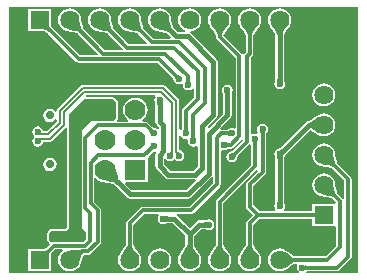
<source format=gbl>
G04*
G04 #@! TF.GenerationSoftware,Altium Limited,Altium Designer,19.1.7 (138)*
G04*
G04 Layer_Physical_Order=2*
G04 Layer_Color=16711680*
%FSLAX25Y25*%
%MOIN*%
G70*
G01*
G75*
%ADD13C,0.00787*%
%ADD43C,0.01575*%
%ADD44C,0.01181*%
%ADD45C,0.07000*%
%ADD46R,0.07000X0.07000*%
%ADD47C,0.02756*%
%ADD48R,0.06400X0.06400*%
%ADD49C,0.06400*%
%ADD50R,0.06400X0.06400*%
%ADD51C,0.02362*%
G36*
X44362Y85106D02*
X44871Y82592D01*
X44950Y82375D01*
X45027Y82214D01*
X45101Y82112D01*
X44266Y81277D01*
X44164Y81351D01*
X44003Y81428D01*
X43786Y81507D01*
X43511Y81587D01*
X42788Y81753D01*
X41272Y82016D01*
X40652Y82108D01*
X44270Y85726D01*
X44362Y85106D01*
D02*
G37*
G36*
X34362D02*
X34871Y82592D01*
X34950Y82375D01*
X35027Y82214D01*
X35101Y82112D01*
X34266Y81277D01*
X34164Y81351D01*
X34003Y81428D01*
X33786Y81507D01*
X33511Y81587D01*
X32788Y81753D01*
X31272Y82016D01*
X30652Y82108D01*
X34270Y85726D01*
X34362Y85106D01*
D02*
G37*
G36*
X24362D02*
X24871Y82592D01*
X24950Y82375D01*
X25027Y82214D01*
X25101Y82112D01*
X24266Y81277D01*
X24164Y81351D01*
X24003Y81428D01*
X23786Y81507D01*
X23511Y81587D01*
X22788Y81753D01*
X21272Y82016D01*
X20652Y82108D01*
X24270Y85726D01*
X24362Y85106D01*
D02*
G37*
G36*
X14223Y83666D02*
X14190Y83558D01*
Y83432D01*
X14223Y83290D01*
X14290Y83132D01*
X14390Y82956D01*
X14524Y82764D01*
X14691Y82555D01*
X15125Y82088D01*
X14290Y81252D01*
X14048Y81486D01*
X13614Y81854D01*
X13422Y81988D01*
X13246Y82088D01*
X13088Y82155D01*
X12946Y82188D01*
X12820D01*
X12712Y82155D01*
X12620Y82088D01*
X14290Y83758D01*
X14223Y83666D01*
D02*
G37*
G36*
X54355Y85166D02*
X54808Y83084D01*
X54905Y82812D01*
X55005Y82587D01*
X55106Y82410D01*
X55210Y82282D01*
X54096Y81168D01*
X53967Y81272D01*
X53791Y81373D01*
X53566Y81473D01*
X53294Y81570D01*
X52973Y81665D01*
X52188Y81849D01*
X51212Y82023D01*
X50652Y82108D01*
X54270Y85726D01*
X54355Y85166D01*
D02*
G37*
G36*
X83287Y82851D02*
X81870Y80713D01*
X81772Y80504D01*
X81713Y80336D01*
X81693Y80211D01*
X80512D01*
X80492Y80336D01*
X80433Y80504D01*
X80335Y80713D01*
X80197Y80964D01*
X79803Y81593D01*
X78917Y82851D01*
X78544Y83354D01*
X83661D01*
X83287Y82851D01*
D02*
G37*
G36*
X73287D02*
X71870Y80713D01*
X71772Y80504D01*
X71712Y80336D01*
X71693Y80211D01*
X70512D01*
X70492Y80336D01*
X70433Y80504D01*
X70335Y80713D01*
X70197Y80964D01*
X69803Y81593D01*
X68918Y82851D01*
X68543Y83354D01*
X73661D01*
X73287Y82851D01*
D02*
G37*
G36*
X56769Y67276D02*
X56853Y67207D01*
X56941Y67144D01*
X57032Y67088D01*
X57127Y67038D01*
X57227Y66993D01*
X57330Y66955D01*
X57437Y66923D01*
X57548Y66898D01*
X57662Y66878D01*
X56327Y65542D01*
X56307Y65657D01*
X56281Y65768D01*
X56249Y65875D01*
X56211Y65978D01*
X56167Y66077D01*
X56117Y66173D01*
X56060Y66264D01*
X55998Y66352D01*
X55929Y66436D01*
X55854Y66515D01*
X56689Y67351D01*
X56769Y67276D01*
D02*
G37*
G36*
X61153Y65323D02*
X61166Y65220D01*
X61189Y65117D01*
X61220Y65014D01*
X61260Y64912D01*
X61309Y64810D01*
X61366Y64708D01*
X61433Y64606D01*
X61509Y64505D01*
X61593Y64404D01*
X59711Y64254D01*
X59759Y64337D01*
X59803Y64423D01*
X59842Y64514D01*
X59875Y64608D01*
X59903Y64706D01*
X59926Y64807D01*
X59944Y64912D01*
X59965Y65134D01*
X59967Y65250D01*
X61149Y65427D01*
X61153Y65323D01*
D02*
G37*
G36*
X74615Y61114D02*
X74589Y61059D01*
X74565Y60994D01*
X74545Y60920D01*
X74528Y60836D01*
X74513Y60744D01*
X74494Y60531D01*
X74488Y60281D01*
X72913D01*
X72912Y60411D01*
X72888Y60744D01*
X72874Y60836D01*
X72857Y60920D01*
X72837Y60994D01*
X72813Y61059D01*
X72786Y61114D01*
X72756Y61161D01*
X74645D01*
X74615Y61114D01*
D02*
G37*
G36*
X52017Y57788D02*
X51990Y57732D01*
X51967Y57667D01*
X51946Y57593D01*
X51929Y57510D01*
X51915Y57417D01*
X51896Y57204D01*
X51890Y56954D01*
X50315D01*
X50313Y57084D01*
X50290Y57417D01*
X50276Y57510D01*
X50258Y57593D01*
X50238Y57667D01*
X50214Y57732D01*
X50188Y57788D01*
X50158Y57834D01*
X52047D01*
X52017Y57788D01*
D02*
G37*
G36*
X49666Y60057D02*
X49759Y59750D01*
X49419Y59241D01*
X49280Y58543D01*
X49419Y57846D01*
X49584Y57598D01*
X49594Y57546D01*
X49596Y57504D01*
X49605Y57486D01*
X49606Y57479D01*
X49611Y57472D01*
X49612Y57468D01*
X49620Y57439D01*
X49630Y57393D01*
X49637Y57344D01*
X49657Y57057D01*
X49659Y56946D01*
X49681Y56894D01*
Y51330D01*
X49790Y50787D01*
X50098Y50326D01*
X50823Y49600D01*
Y49018D01*
X50679Y48914D01*
X50323Y48796D01*
X49831Y49125D01*
X49524Y49186D01*
X49411Y49257D01*
X49315Y49273D01*
X49243Y49290D01*
X49175Y49311D01*
X49112Y49334D01*
X49052Y49360D01*
X48996Y49390D01*
X48942Y49424D01*
X48890Y49461D01*
X48840Y49502D01*
X48776Y49562D01*
X48717Y49584D01*
X47268Y51032D01*
X46872Y51297D01*
X46406Y51390D01*
X45534D01*
X45364Y51890D01*
X45960Y52347D01*
X46618Y53205D01*
X47032Y54204D01*
X47173Y55276D01*
X47032Y56348D01*
X46618Y57346D01*
X45960Y58204D01*
X45102Y58862D01*
X44103Y59276D01*
X43031Y59417D01*
X41960Y59276D01*
X40961Y58862D01*
X40103Y58204D01*
X39445Y57346D01*
X39031Y56348D01*
X38890Y55276D01*
X39031Y54204D01*
X39445Y53205D01*
X40103Y52347D01*
X40699Y51890D01*
X40529Y51390D01*
X36947D01*
X36756Y51851D01*
X37157Y52253D01*
X37349Y52716D01*
Y57717D01*
X37157Y58181D01*
X35976Y59362D01*
X35512Y59554D01*
X26823Y59554D01*
X26571Y60054D01*
X26717Y60250D01*
X49539D01*
X49666Y60057D01*
D02*
G37*
G36*
X60417Y49063D02*
X60428Y48955D01*
X60445Y48849D01*
X60470Y48744D01*
X60502Y48641D01*
X60541Y48540D01*
X60587Y48440D01*
X60640Y48342D01*
X60700Y48245D01*
X60767Y48150D01*
X58878D01*
X58946Y48245D01*
X59006Y48342D01*
X59059Y48440D01*
X59105Y48540D01*
X59144Y48641D01*
X59176Y48744D01*
X59201Y48849D01*
X59218Y48955D01*
X59229Y49063D01*
X59232Y49172D01*
X60413D01*
X60417Y49063D01*
D02*
G37*
G36*
X103862Y47719D02*
X103409Y48055D01*
X101642Y49205D01*
X101388Y49329D01*
X101168Y49417D01*
X100981Y49470D01*
X100827Y49488D01*
Y51063D01*
X100981Y51081D01*
X101168Y51134D01*
X101388Y51222D01*
X101642Y51346D01*
X101929Y51505D01*
X102603Y51930D01*
X103862Y52832D01*
Y47719D01*
D02*
G37*
G36*
X48407Y49008D02*
X48491Y48939D01*
X48578Y48877D01*
X48670Y48820D01*
X48765Y48770D01*
X48864Y48726D01*
X48967Y48688D01*
X49075Y48656D01*
X49185Y48630D01*
X49300Y48610D01*
X47964Y47275D01*
X47945Y47389D01*
X47919Y47500D01*
X47887Y47607D01*
X47849Y47710D01*
X47805Y47810D01*
X47754Y47905D01*
X47698Y47997D01*
X47635Y48084D01*
X47567Y48168D01*
X47492Y48248D01*
X48327Y49083D01*
X48407Y49008D01*
D02*
G37*
G36*
X86291Y48015D02*
X86230Y47918D01*
X86177Y47820D01*
X86131Y47720D01*
X86092Y47618D01*
X86061Y47515D01*
X86036Y47411D01*
X86018Y47305D01*
X86007Y47197D01*
X86004Y47087D01*
X84823D01*
X84819Y47197D01*
X84809Y47305D01*
X84791Y47411D01*
X84766Y47515D01*
X84734Y47618D01*
X84695Y47720D01*
X84649Y47820D01*
X84596Y47918D01*
X84536Y48015D01*
X84469Y48110D01*
X86358D01*
X86291Y48015D01*
D02*
G37*
G36*
X11615Y48011D02*
X11627Y47942D01*
X11646Y47872D01*
X11671Y47803D01*
X11702Y47735D01*
X11740Y47666D01*
X11785Y47598D01*
X11835Y47531D01*
X11892Y47464D01*
X11956Y47396D01*
X11399Y46840D01*
X11354Y46880D01*
X11307Y46914D01*
X11257Y46940D01*
X11205Y46960D01*
X11151Y46973D01*
X11094Y46979D01*
X11035Y46978D01*
X10974Y46970D01*
X10910Y46955D01*
X10844Y46934D01*
X11609Y48081D01*
X11615Y48011D01*
D02*
G37*
G36*
X74468Y46496D02*
X74373Y46564D01*
X74276Y46624D01*
X74178Y46677D01*
X74078Y46723D01*
X73977Y46762D01*
X73874Y46794D01*
X73769Y46819D01*
X73663Y46836D01*
X73555Y46847D01*
X73446Y46850D01*
Y48031D01*
X73555Y48035D01*
X73663Y48046D01*
X73769Y48063D01*
X73874Y48088D01*
X73977Y48120D01*
X74078Y48159D01*
X74178Y48205D01*
X74276Y48258D01*
X74373Y48318D01*
X74468Y48385D01*
Y46496D01*
D02*
G37*
G36*
X117291Y819D02*
X100333D01*
X100048Y1319D01*
X100133Y1462D01*
X100177Y1475D01*
X100239Y1490D01*
X100301Y1500D01*
X100366Y1507D01*
X100453Y1510D01*
X100511Y1536D01*
X110197D01*
X110664Y1629D01*
X111060Y1893D01*
X114721Y5554D01*
X114986Y5950D01*
X115079Y6417D01*
Y32283D01*
X114986Y32750D01*
X114721Y33146D01*
X110356Y37512D01*
X110347Y37547D01*
X110306Y37603D01*
X110268Y37681D01*
X110215Y37823D01*
X109694Y40263D01*
X109599Y40863D01*
X109536Y40966D01*
X109496Y41269D01*
X109112Y42195D01*
X108502Y42990D01*
X107707Y43600D01*
X106781Y43984D01*
X105787Y44115D01*
X104794Y43984D01*
X103868Y43600D01*
X103073Y42990D01*
X102463Y42195D01*
X102079Y41269D01*
X101948Y40276D01*
X102079Y39282D01*
X102463Y38356D01*
X103073Y37561D01*
X103868Y36951D01*
X104794Y36567D01*
X105171Y36518D01*
X105283Y36452D01*
X105897Y36369D01*
X107393Y36126D01*
X108082Y35975D01*
X108320Y35908D01*
X108487Y35849D01*
X108561Y35815D01*
X108613Y35777D01*
X108647Y35769D01*
X112638Y31778D01*
Y25775D01*
X112138Y25624D01*
X112083Y25705D01*
X110325Y27463D01*
X110317Y27498D01*
X110278Y27552D01*
X110241Y27628D01*
X110190Y27770D01*
X109694Y30219D01*
X109605Y30822D01*
X109540Y30929D01*
X109496Y31269D01*
X109112Y32195D01*
X108502Y32990D01*
X107707Y33600D01*
X106781Y33984D01*
X105787Y34115D01*
X104794Y33984D01*
X103868Y33600D01*
X103073Y32990D01*
X102463Y32195D01*
X102079Y31269D01*
X101948Y30276D01*
X102079Y29282D01*
X102463Y28356D01*
X103073Y27561D01*
X103868Y26951D01*
X104794Y26567D01*
X105134Y26522D01*
X105241Y26458D01*
X105853Y26368D01*
X107343Y26109D01*
X108030Y25951D01*
X108267Y25882D01*
X108435Y25822D01*
X108511Y25785D01*
X108565Y25746D01*
X108599Y25738D01*
X109870Y24468D01*
X109548Y24082D01*
X109500Y24082D01*
X101981D01*
Y21587D01*
X101973Y21584D01*
X101889Y21562D01*
X101766Y21541D01*
X101608Y21528D01*
X101401Y21522D01*
X101342Y21496D01*
X92676D01*
X92481Y21996D01*
X92786Y22452D01*
X92925Y23150D01*
X92786Y23847D01*
X92620Y24095D01*
X92611Y24147D01*
X92609Y24189D01*
X92600Y24207D01*
X92599Y24214D01*
X92594Y24221D01*
X92592Y24225D01*
X92585Y24254D01*
X92575Y24299D01*
X92568Y24349D01*
X92547Y24636D01*
X92546Y24747D01*
X92523Y24799D01*
Y38895D01*
X92546Y38946D01*
X92551Y39175D01*
X92567Y39346D01*
X92575Y39401D01*
X92585Y39447D01*
X92592Y39476D01*
X92594Y39479D01*
X92599Y39487D01*
X92600Y39494D01*
X92609Y39512D01*
X92611Y39554D01*
X92620Y39606D01*
X92786Y39854D01*
X92844Y40146D01*
X92874Y40189D01*
X92902Y40221D01*
X92909Y40240D01*
X92913Y40245D01*
X92915Y40255D01*
X92917Y40258D01*
X92931Y40284D01*
X92957Y40323D01*
X92986Y40363D01*
X93175Y40581D01*
X93252Y40660D01*
X93274Y40713D01*
X101235Y48674D01*
X101318Y48633D01*
X103034Y47516D01*
X103471Y47192D01*
X103593Y47162D01*
X103868Y46951D01*
X104794Y46567D01*
X105787Y46437D01*
X106781Y46567D01*
X107707Y46951D01*
X108502Y47561D01*
X109112Y48356D01*
X109496Y49282D01*
X109626Y50276D01*
X109496Y51269D01*
X109112Y52195D01*
X108502Y52990D01*
X107707Y53600D01*
X106781Y53984D01*
X105787Y54115D01*
X104794Y53984D01*
X103868Y53600D01*
X103597Y53392D01*
X103480Y53365D01*
X102236Y52474D01*
X101595Y52070D01*
X101339Y51928D01*
X101122Y51822D01*
X100956Y51756D01*
X100853Y51727D01*
X100752Y51715D01*
X100659Y51663D01*
X100283Y51588D01*
X99822Y51280D01*
X91268Y42727D01*
X91217Y42707D01*
X91051Y42549D01*
X90919Y42439D01*
X90874Y42406D01*
X90835Y42380D01*
X90809Y42366D01*
X90806Y42364D01*
X90796Y42362D01*
X90791Y42358D01*
X90772Y42351D01*
X90741Y42323D01*
X90697Y42293D01*
X90405Y42235D01*
X89814Y41840D01*
X89419Y41249D01*
X89280Y40551D01*
X89419Y39854D01*
X89584Y39606D01*
X89594Y39554D01*
X89596Y39512D01*
X89605Y39494D01*
X89606Y39487D01*
X89611Y39479D01*
X89612Y39476D01*
X89620Y39447D01*
X89630Y39401D01*
X89637Y39352D01*
X89657Y39064D01*
X89659Y38954D01*
X89681Y38901D01*
Y24806D01*
X89659Y24755D01*
X89653Y24526D01*
X89638Y24354D01*
X89630Y24299D01*
X89620Y24254D01*
X89612Y24225D01*
X89611Y24221D01*
X89606Y24214D01*
X89605Y24207D01*
X89596Y24189D01*
X89594Y24147D01*
X89584Y24095D01*
X89419Y23847D01*
X89280Y23150D01*
X89419Y22452D01*
X89723Y21996D01*
X89529Y21496D01*
X84443D01*
X82362Y23576D01*
Y29967D01*
X86276Y33881D01*
X86541Y34277D01*
X86634Y34744D01*
Y47008D01*
X86660Y47066D01*
X86663Y47154D01*
X86669Y47218D01*
X86679Y47281D01*
X86694Y47343D01*
X86713Y47404D01*
X86736Y47465D01*
X86765Y47526D01*
X86798Y47588D01*
X86837Y47651D01*
X86893Y47731D01*
X86923Y47861D01*
X87097Y48122D01*
X87236Y48819D01*
X87097Y49516D01*
X86702Y50108D01*
X86111Y50503D01*
X85413Y50641D01*
X84716Y50503D01*
X84125Y50108D01*
X83730Y49516D01*
X83591Y48819D01*
X83730Y48122D01*
X83837Y47961D01*
X83802Y47741D01*
X83317Y47400D01*
X82854Y47492D01*
X82157Y47353D01*
X81917Y47193D01*
X81417Y47460D01*
Y72644D01*
X81965Y73192D01*
X82230Y73588D01*
X82323Y74055D01*
Y80079D01*
X82341Y80109D01*
X82351Y80175D01*
X82380Y80254D01*
X82443Y80391D01*
X83824Y82474D01*
X84188Y82963D01*
X84218Y83084D01*
X84427Y83356D01*
X84811Y84282D01*
X84941Y85276D01*
X84811Y86269D01*
X84427Y87195D01*
X83817Y87990D01*
X83022Y88600D01*
X82096Y88984D01*
X81102Y89115D01*
X80109Y88984D01*
X79183Y88600D01*
X78388Y87990D01*
X77777Y87195D01*
X77394Y86269D01*
X77263Y85276D01*
X77394Y84282D01*
X77777Y83356D01*
X77986Y83084D01*
X78017Y82963D01*
X78386Y82466D01*
X79256Y81230D01*
X79631Y80632D01*
X79749Y80415D01*
X79825Y80254D01*
X79853Y80175D01*
X79863Y80109D01*
X79882Y80079D01*
Y74560D01*
X79334Y74013D01*
X79198Y73809D01*
X78637D01*
X78501Y74013D01*
X72350Y80164D01*
X72351Y80175D01*
X72379Y80254D01*
X72443Y80391D01*
X73824Y82474D01*
X74188Y82963D01*
X74218Y83084D01*
X74427Y83356D01*
X74811Y84282D01*
X74941Y85276D01*
X74811Y86269D01*
X74427Y87195D01*
X73817Y87990D01*
X73022Y88600D01*
X72096Y88984D01*
X71102Y89115D01*
X70109Y88984D01*
X69183Y88600D01*
X68388Y87990D01*
X67778Y87195D01*
X67394Y86269D01*
X67263Y85276D01*
X67394Y84282D01*
X67778Y83356D01*
X67986Y83084D01*
X68017Y82963D01*
X68386Y82466D01*
X69256Y81230D01*
X69630Y80632D01*
X69749Y80415D01*
X69825Y80254D01*
X69853Y80175D01*
X69863Y80109D01*
X69882Y80079D01*
Y79685D01*
X69975Y79218D01*
X70239Y78822D01*
X76417Y72644D01*
Y49292D01*
X75977Y49057D01*
X75875Y49125D01*
X75177Y49263D01*
X74480Y49125D01*
X74219Y48951D01*
X74089Y48921D01*
X74010Y48865D01*
X73946Y48826D01*
X73884Y48792D01*
X73823Y48764D01*
X73762Y48741D01*
X73701Y48722D01*
X73639Y48707D01*
X73577Y48697D01*
X73512Y48690D01*
X73424Y48687D01*
X73367Y48661D01*
X71614D01*
X71368Y49122D01*
X74706Y52460D01*
X75014Y52921D01*
X75122Y53465D01*
Y60214D01*
X75144Y60265D01*
X75150Y60494D01*
X75165Y60665D01*
X75174Y60720D01*
X75183Y60766D01*
X75191Y60794D01*
X75192Y60798D01*
X75197Y60806D01*
X75199Y60813D01*
X75207Y60831D01*
X75209Y60873D01*
X75219Y60925D01*
X75384Y61173D01*
X75523Y61870D01*
X75384Y62568D01*
X74989Y63159D01*
X74398Y63554D01*
X73701Y63692D01*
X73003Y63554D01*
X72412Y63159D01*
X72017Y62568D01*
X71878Y61870D01*
X72017Y61173D01*
X72183Y60925D01*
X72192Y60873D01*
X72194Y60831D01*
X72203Y60813D01*
X72204Y60806D01*
X72209Y60798D01*
X72211Y60794D01*
X72219Y60766D01*
X72228Y60720D01*
X72236Y60671D01*
X72256Y60383D01*
X72257Y60273D01*
X72280Y60220D01*
Y54053D01*
X67514Y49287D01*
X66971Y49451D01*
X66961Y49499D01*
X70060Y52598D01*
X70368Y53059D01*
X70476Y53602D01*
Y71339D01*
X70368Y71882D01*
X70060Y72343D01*
X61558Y80845D01*
X61374Y80968D01*
X61496Y81488D01*
X62096Y81567D01*
X63022Y81951D01*
X63817Y82561D01*
X64427Y83356D01*
X64811Y84282D01*
X64941Y85276D01*
X64811Y86269D01*
X64427Y87195D01*
X63817Y87990D01*
X63022Y88600D01*
X62096Y88984D01*
X61102Y89115D01*
X60109Y88984D01*
X59183Y88600D01*
X58388Y87990D01*
X57778Y87195D01*
X57394Y86269D01*
X57263Y85276D01*
X57394Y84282D01*
X57778Y83356D01*
X58388Y82561D01*
X59183Y81951D01*
X59640Y81762D01*
X59540Y81262D01*
X57126D01*
X55732Y82656D01*
X55721Y82693D01*
X55650Y82782D01*
X55591Y82884D01*
X55515Y83055D01*
X55440Y83265D01*
X55000Y85285D01*
X54919Y85824D01*
X54855Y85930D01*
X54811Y86269D01*
X54427Y87195D01*
X53817Y87990D01*
X53022Y88600D01*
X52096Y88984D01*
X51102Y89115D01*
X50109Y88984D01*
X49183Y88600D01*
X48388Y87990D01*
X47778Y87195D01*
X47394Y86269D01*
X47263Y85276D01*
X47394Y84282D01*
X47778Y83356D01*
X48388Y82561D01*
X49183Y81951D01*
X50109Y81567D01*
X50448Y81523D01*
X50554Y81459D01*
X51105Y81376D01*
X52056Y81206D01*
X52805Y81030D01*
X53090Y80946D01*
X53323Y80863D01*
X53494Y80787D01*
X53596Y80729D01*
X53685Y80657D01*
X53723Y80646D01*
X54830Y79539D01*
X54638Y79077D01*
X49027D01*
X45640Y82464D01*
X45632Y82498D01*
X45592Y82552D01*
X45556Y82628D01*
X45505Y82770D01*
X45008Y85219D01*
X44920Y85822D01*
X44855Y85929D01*
X44811Y86269D01*
X44427Y87195D01*
X43817Y87990D01*
X43022Y88600D01*
X42096Y88984D01*
X41102Y89115D01*
X40109Y88984D01*
X39183Y88600D01*
X38388Y87990D01*
X37778Y87195D01*
X37394Y86269D01*
X37263Y85276D01*
X37394Y84282D01*
X37778Y83356D01*
X38388Y82561D01*
X39183Y81951D01*
X40109Y81567D01*
X40449Y81523D01*
X40556Y81458D01*
X41168Y81368D01*
X42658Y81109D01*
X43345Y80952D01*
X43582Y80882D01*
X43750Y80822D01*
X43826Y80786D01*
X43880Y80746D01*
X43914Y80738D01*
X46982Y77670D01*
X46791Y77208D01*
X40896D01*
X35640Y82464D01*
X35632Y82498D01*
X35592Y82552D01*
X35556Y82628D01*
X35505Y82770D01*
X35008Y85219D01*
X34920Y85822D01*
X34855Y85929D01*
X34811Y86269D01*
X34427Y87195D01*
X33817Y87990D01*
X33022Y88600D01*
X32096Y88984D01*
X31102Y89115D01*
X30109Y88984D01*
X29183Y88600D01*
X28388Y87990D01*
X27777Y87195D01*
X27394Y86269D01*
X27263Y85276D01*
X27394Y84282D01*
X27777Y83356D01*
X28388Y82561D01*
X29183Y81951D01*
X30109Y81567D01*
X30449Y81523D01*
X30556Y81458D01*
X31168Y81368D01*
X32658Y81109D01*
X33345Y80952D01*
X33582Y80882D01*
X33750Y80822D01*
X33826Y80786D01*
X33880Y80746D01*
X33914Y80738D01*
X38915Y75737D01*
X38724Y75275D01*
X32828D01*
X25640Y82464D01*
X25632Y82498D01*
X25592Y82552D01*
X25556Y82628D01*
X25505Y82770D01*
X25008Y85219D01*
X24920Y85822D01*
X24855Y85929D01*
X24811Y86269D01*
X24427Y87195D01*
X23817Y87990D01*
X23022Y88600D01*
X22096Y88984D01*
X21102Y89115D01*
X20109Y88984D01*
X19183Y88600D01*
X18388Y87990D01*
X17777Y87195D01*
X17394Y86269D01*
X17263Y85276D01*
X17394Y84282D01*
X17777Y83356D01*
X18388Y82561D01*
X19183Y81951D01*
X20109Y81567D01*
X20449Y81523D01*
X20556Y81458D01*
X21168Y81368D01*
X22658Y81109D01*
X23345Y80952D01*
X23582Y80882D01*
X23750Y80822D01*
X23826Y80786D01*
X23880Y80746D01*
X23914Y80738D01*
X30702Y73950D01*
X30511Y73488D01*
X24616D01*
X15628Y82476D01*
X15606Y82534D01*
X15189Y82984D01*
X15050Y83157D01*
X14946Y83307D01*
X14909Y83372D01*
Y83666D01*
X14946Y83758D01*
X14926Y83808D01*
X14939Y83860D01*
X14909Y83909D01*
Y89082D01*
X7296D01*
Y81469D01*
X12469D01*
X12518Y81440D01*
X12570Y81452D01*
X12620Y81431D01*
X12712Y81469D01*
X13006D01*
X13071Y81432D01*
X13214Y81333D01*
X13608Y80999D01*
X13835Y80780D01*
X13896Y80756D01*
X23247Y71405D01*
X23643Y71140D01*
X24110Y71047D01*
X50432D01*
X55353Y66126D01*
X55375Y66067D01*
X55435Y66003D01*
X55476Y65952D01*
X55513Y65901D01*
X55547Y65847D01*
X55576Y65790D01*
X55603Y65731D01*
X55626Y65667D01*
X55647Y65600D01*
X55664Y65527D01*
X55680Y65431D01*
X55751Y65318D01*
X55812Y65011D01*
X56207Y64420D01*
X56799Y64025D01*
X57496Y63886D01*
X58193Y64025D01*
X58497Y64228D01*
X58947Y63927D01*
X58886Y63622D01*
X59025Y62925D01*
X59420Y62333D01*
X60011Y61938D01*
X60709Y61800D01*
X61406Y61938D01*
X61997Y62333D01*
X62020Y62367D01*
X62520Y62216D01*
Y59443D01*
X58960Y55883D01*
X58696Y55487D01*
X58603Y55020D01*
Y49251D01*
X58577Y49194D01*
X58574Y49106D01*
X58567Y49041D01*
X58557Y48979D01*
X58542Y48917D01*
X58523Y48856D01*
X58500Y48795D01*
X58472Y48734D01*
X58438Y48672D01*
X58399Y48608D01*
X58343Y48529D01*
X58228Y48496D01*
X57728Y48874D01*
Y58215D01*
X57651Y58605D01*
X57430Y58936D01*
X52982Y63384D01*
X52651Y63605D01*
X52261Y63683D01*
X25455D01*
X25065Y63605D01*
X24735Y63384D01*
X17114Y55763D01*
X16893Y55432D01*
X16815Y55042D01*
Y54877D01*
X16315Y54725D01*
X16120Y55017D01*
X15398Y55499D01*
X14547Y55669D01*
X13696Y55499D01*
X12975Y55017D01*
X12493Y54296D01*
X12323Y53445D01*
X12493Y52594D01*
X12975Y51872D01*
X13696Y51390D01*
X14547Y51221D01*
X15398Y51390D01*
X16120Y51872D01*
X16315Y52165D01*
X16815Y52013D01*
Y51355D01*
X13598Y48138D01*
X12739D01*
X12253Y48210D01*
X12203Y48285D01*
X12113Y48737D01*
X11718Y49328D01*
X11127Y49723D01*
X10429Y49862D01*
X9732Y49723D01*
X9140Y49328D01*
X8745Y48737D01*
X8607Y48039D01*
X8745Y47342D01*
X9140Y46751D01*
X9261Y46670D01*
Y46170D01*
X9144Y46092D01*
X8749Y45500D01*
X8611Y44803D01*
X8749Y44106D01*
X9144Y43514D01*
X9736Y43119D01*
X10433Y42981D01*
X11130Y43119D01*
X11722Y43514D01*
X12117Y44106D01*
X12207Y44557D01*
X12257Y44633D01*
X12742Y44705D01*
X14597D01*
X14987Y44782D01*
X15318Y45003D01*
X19670Y49356D01*
X20170Y49149D01*
X20170Y16217D01*
X19689Y15735D01*
X15079Y15735D01*
X14615Y15543D01*
X13809Y14737D01*
X13617Y14273D01*
X13617Y11921D01*
X13809Y11457D01*
X13809Y11457D01*
X14352Y10914D01*
X14440Y10342D01*
X14438Y10337D01*
X13902Y9801D01*
X13843Y9779D01*
X13391Y9359D01*
X13217Y9219D01*
X13066Y9113D01*
X13012Y9082D01*
X12683D01*
X12620Y9108D01*
X12569Y9087D01*
X12516Y9100D01*
X12487Y9082D01*
X7296D01*
Y1469D01*
X14909D01*
Y6661D01*
X14926Y6689D01*
X14913Y6743D01*
X14934Y6793D01*
X14909Y6856D01*
Y7186D01*
X14940Y7239D01*
X15041Y7383D01*
X15377Y7780D01*
X15597Y8008D01*
X15622Y8069D01*
X16316Y8764D01*
X18574D01*
X18744Y8264D01*
X18388Y7990D01*
X17777Y7195D01*
X17394Y6269D01*
X17263Y5276D01*
X17394Y4282D01*
X17777Y3356D01*
X18388Y2561D01*
X19183Y1951D01*
X20109Y1567D01*
X21102Y1437D01*
X22096Y1567D01*
X23022Y1951D01*
X23817Y2561D01*
X24427Y3356D01*
X24698Y4011D01*
X24775Y4100D01*
X25124Y5160D01*
X25563Y6360D01*
X25794Y6888D01*
X25840Y6977D01*
X27264D01*
X27731Y7069D01*
X28127Y7334D01*
X31308Y10515D01*
X31572Y10911D01*
X31665Y11378D01*
Y21838D01*
X31572Y22305D01*
X31308Y22701D01*
X29330Y24679D01*
Y32533D01*
X29830Y32702D01*
X30103Y32347D01*
X30961Y31689D01*
X31960Y31275D01*
X32333Y31226D01*
X32437Y31162D01*
X33639Y30974D01*
X34598Y30786D01*
X35324Y30599D01*
X35579Y30513D01*
X35769Y30434D01*
X35878Y30375D01*
X35966Y30306D01*
X36001Y30296D01*
X40137Y26161D01*
X40598Y25853D01*
X41142Y25744D01*
X60630D01*
X61174Y25853D01*
X61635Y26161D01*
X68520Y33046D01*
X68540Y33045D01*
X69020Y32892D01*
Y30982D01*
X61097Y23059D01*
X45500D01*
X45033Y22966D01*
X44637Y22701D01*
X40239Y18304D01*
X39975Y17908D01*
X39882Y17441D01*
Y10473D01*
X39863Y10442D01*
X39853Y10377D01*
X39825Y10297D01*
X39761Y10161D01*
X38380Y8078D01*
X38017Y7589D01*
X37986Y7467D01*
X37778Y7195D01*
X37394Y6269D01*
X37263Y5276D01*
X37394Y4282D01*
X37778Y3356D01*
X38388Y2561D01*
X39183Y1951D01*
X40109Y1567D01*
X41102Y1437D01*
X42096Y1567D01*
X43022Y1951D01*
X43817Y2561D01*
X44427Y3356D01*
X44811Y4282D01*
X44941Y5276D01*
X44811Y6269D01*
X44427Y7195D01*
X44218Y7467D01*
X44188Y7589D01*
X43819Y8085D01*
X42948Y9322D01*
X42574Y9919D01*
X42455Y10136D01*
X42380Y10297D01*
X42351Y10377D01*
X42341Y10442D01*
X42323Y10473D01*
Y16935D01*
X46005Y20618D01*
X50643D01*
X50853Y20118D01*
X50560Y19680D01*
X50422Y18982D01*
X50560Y18285D01*
X50955Y17694D01*
X51547Y17299D01*
X52244Y17160D01*
X52941Y17299D01*
X53190Y17464D01*
X53241Y17474D01*
X53284Y17476D01*
X53301Y17484D01*
X53308Y17486D01*
X53316Y17491D01*
X53320Y17492D01*
X53348Y17500D01*
X53394Y17510D01*
X53443Y17517D01*
X53731Y17537D01*
X53841Y17539D01*
X53894Y17561D01*
X55411D01*
X59681Y13291D01*
Y10402D01*
X59662Y10368D01*
X59650Y10254D01*
X59619Y10141D01*
X59552Y9966D01*
X59457Y9765D01*
X58340Y8026D01*
X58016Y7587D01*
X57986Y7467D01*
X57778Y7195D01*
X57394Y6269D01*
X57263Y5276D01*
X57394Y4282D01*
X57778Y3356D01*
X58388Y2561D01*
X59183Y1951D01*
X60109Y1567D01*
X61102Y1437D01*
X62096Y1567D01*
X63022Y1951D01*
X63817Y2561D01*
X64427Y3356D01*
X64811Y4282D01*
X64941Y5276D01*
X64811Y6269D01*
X64427Y7195D01*
X64219Y7467D01*
X64189Y7587D01*
X63858Y8036D01*
X63306Y8828D01*
X62900Y9482D01*
X62758Y9743D01*
X62652Y9966D01*
X62585Y10141D01*
X62554Y10254D01*
X62542Y10368D01*
X62523Y10402D01*
Y13291D01*
X64825Y15593D01*
X65864D01*
X65914Y15570D01*
X66143Y15565D01*
X66315Y15549D01*
X66370Y15541D01*
X66415Y15532D01*
X66444Y15524D01*
X66448Y15522D01*
X66456Y15517D01*
X66462Y15516D01*
X66480Y15507D01*
X66523Y15505D01*
X66574Y15496D01*
X66822Y15330D01*
X67520Y15191D01*
X68217Y15330D01*
X68808Y15725D01*
X69203Y16316D01*
X69342Y17014D01*
X69203Y17711D01*
X68808Y18302D01*
X68217Y18698D01*
X67520Y18836D01*
X66822Y18698D01*
X66574Y18532D01*
X66523Y18522D01*
X66480Y18520D01*
X66462Y18511D01*
X66456Y18510D01*
X66448Y18505D01*
X66444Y18504D01*
X66416Y18496D01*
X66370Y18487D01*
X66321Y18479D01*
X66033Y18459D01*
X65923Y18457D01*
X65870Y18435D01*
X64237D01*
X63693Y18327D01*
X63232Y18019D01*
X61102Y15889D01*
X57004Y19987D01*
X56808Y20118D01*
X56960Y20618D01*
X61602D01*
X62069Y20711D01*
X62465Y20975D01*
X71103Y29614D01*
X71368Y30009D01*
X71460Y30476D01*
Y41715D01*
X71842Y41919D01*
X71961Y41930D01*
X72618Y41800D01*
X73316Y41938D01*
X73576Y42112D01*
X73706Y42142D01*
X73786Y42198D01*
X73849Y42237D01*
X73911Y42271D01*
X73972Y42299D01*
X74033Y42322D01*
X74094Y42341D01*
X74156Y42356D01*
X74218Y42366D01*
X74283Y42373D01*
X74371Y42376D01*
X74429Y42402D01*
X74764D01*
X75231Y42495D01*
X75627Y42759D01*
X78217Y45349D01*
X78751Y45177D01*
X78783Y44984D01*
X75595Y41796D01*
X75535Y41773D01*
X75471Y41713D01*
X75421Y41672D01*
X75369Y41635D01*
X75315Y41602D01*
X75259Y41572D01*
X75199Y41546D01*
X75136Y41522D01*
X75068Y41502D01*
X74996Y41485D01*
X74900Y41469D01*
X74787Y41397D01*
X74480Y41336D01*
X73888Y40941D01*
X73493Y40350D01*
X73355Y39653D01*
X73493Y38955D01*
X73888Y38364D01*
X74480Y37969D01*
X75177Y37830D01*
X75875Y37969D01*
X76466Y38364D01*
X76861Y38955D01*
X76922Y39262D01*
X76993Y39375D01*
X77010Y39471D01*
X77026Y39544D01*
X77047Y39611D01*
X77070Y39675D01*
X77097Y39734D01*
X77126Y39791D01*
X77160Y39845D01*
X77197Y39896D01*
X77238Y39946D01*
X77298Y40011D01*
X77320Y40070D01*
X81060Y43810D01*
X81528Y43610D01*
X81634Y43523D01*
Y36942D01*
X70239Y25548D01*
X69975Y25152D01*
X69882Y24685D01*
Y10473D01*
X69863Y10442D01*
X69853Y10377D01*
X69825Y10297D01*
X69761Y10161D01*
X68380Y8078D01*
X68017Y7589D01*
X67986Y7467D01*
X67778Y7195D01*
X67394Y6269D01*
X67263Y5276D01*
X67394Y4282D01*
X67778Y3356D01*
X68388Y2561D01*
X69183Y1951D01*
X70109Y1567D01*
X71102Y1437D01*
X72096Y1567D01*
X73022Y1951D01*
X73817Y2561D01*
X74427Y3356D01*
X74811Y4282D01*
X74941Y5276D01*
X74811Y6269D01*
X74427Y7195D01*
X74218Y7467D01*
X74188Y7589D01*
X73819Y8085D01*
X72948Y9322D01*
X72574Y9919D01*
X72455Y10136D01*
X72379Y10297D01*
X72351Y10377D01*
X72341Y10442D01*
X72323Y10473D01*
Y24180D01*
X83351Y35208D01*
X83891Y35041D01*
X83906Y34962D01*
X80279Y31335D01*
X80014Y30939D01*
X79921Y30472D01*
Y23071D01*
X80014Y22604D01*
X80279Y22208D01*
X82211Y20276D01*
X80239Y18304D01*
X79975Y17908D01*
X79882Y17441D01*
Y10473D01*
X79863Y10442D01*
X79853Y10377D01*
X79825Y10297D01*
X79761Y10161D01*
X78380Y8078D01*
X78017Y7589D01*
X77986Y7467D01*
X77777Y7195D01*
X77394Y6269D01*
X77263Y5276D01*
X77394Y4282D01*
X77777Y3356D01*
X78388Y2561D01*
X79183Y1951D01*
X80109Y1567D01*
X81102Y1437D01*
X82096Y1567D01*
X83022Y1951D01*
X83817Y2561D01*
X84427Y3356D01*
X84811Y4282D01*
X84941Y5276D01*
X84811Y6269D01*
X84427Y7195D01*
X84218Y7467D01*
X84188Y7589D01*
X83819Y8085D01*
X82948Y9322D01*
X82574Y9919D01*
X82455Y10136D01*
X82380Y10297D01*
X82351Y10377D01*
X82341Y10442D01*
X82323Y10473D01*
Y16935D01*
X84443Y19055D01*
X101342D01*
X101401Y19029D01*
X101608Y19024D01*
X101766Y19010D01*
X101889Y18990D01*
X101973Y18967D01*
X101981Y18964D01*
Y16469D01*
X109500D01*
X109594Y16469D01*
X110000Y16243D01*
Y10033D01*
X106463Y6496D01*
X96299D01*
X96269Y6515D01*
X96203Y6525D01*
X96124Y6553D01*
X95987Y6617D01*
X93904Y7998D01*
X93415Y8361D01*
X93294Y8392D01*
X93022Y8601D01*
X92096Y8984D01*
X91102Y9115D01*
X90109Y8984D01*
X89183Y8601D01*
X88388Y7990D01*
X87778Y7195D01*
X87394Y6269D01*
X87263Y5276D01*
X87394Y4282D01*
X87778Y3356D01*
X88388Y2561D01*
X89183Y1951D01*
X90109Y1567D01*
X91102Y1437D01*
X92096Y1567D01*
X93022Y1951D01*
X93294Y2160D01*
X93415Y2190D01*
X93912Y2559D01*
X95148Y3430D01*
X95746Y3804D01*
X95963Y3923D01*
X96124Y3999D01*
X96203Y4027D01*
X96269Y4037D01*
X96299Y4055D01*
X96818D01*
X97085Y3555D01*
X97017Y3453D01*
X96878Y2756D01*
X97017Y2059D01*
X97412Y1467D01*
X97634Y1319D01*
X97483Y819D01*
X819D01*
Y89732D01*
X117291D01*
Y819D01*
D02*
G37*
G36*
X11960Y45446D02*
X11896Y45379D01*
X11839Y45312D01*
X11789Y45244D01*
X11744Y45176D01*
X11706Y45108D01*
X11675Y45039D01*
X11650Y44970D01*
X11631Y44901D01*
X11619Y44831D01*
X11613Y44761D01*
X10848Y45909D01*
X10914Y45887D01*
X10978Y45872D01*
X11039Y45864D01*
X11098Y45863D01*
X11155Y45869D01*
X11209Y45882D01*
X11261Y45902D01*
X11311Y45929D01*
X11358Y45962D01*
X11403Y46003D01*
X11960Y45446D01*
D02*
G37*
G36*
X62976Y46425D02*
X62987Y46317D01*
X63004Y46211D01*
X63029Y46106D01*
X63061Y46003D01*
X63100Y45902D01*
X63146Y45802D01*
X63199Y45704D01*
X63259Y45607D01*
X63326Y45512D01*
X61437D01*
X61505Y45607D01*
X61565Y45704D01*
X61618Y45802D01*
X61664Y45902D01*
X61703Y46003D01*
X61735Y46106D01*
X61760Y46211D01*
X61777Y46317D01*
X61788Y46425D01*
X61791Y46535D01*
X62972D01*
X62976Y46425D01*
D02*
G37*
G36*
X83732Y44865D02*
X83671Y44768D01*
X83618Y44670D01*
X83572Y44570D01*
X83533Y44469D01*
X83501Y44366D01*
X83477Y44261D01*
X83459Y44155D01*
X83448Y44047D01*
X83445Y43938D01*
X82264D01*
X82260Y44047D01*
X82250Y44155D01*
X82232Y44261D01*
X82207Y44366D01*
X82175Y44469D01*
X82136Y44570D01*
X82090Y44670D01*
X82037Y44768D01*
X81977Y44865D01*
X81910Y44960D01*
X83799D01*
X83732Y44865D01*
D02*
G37*
G36*
X73422Y44499D02*
X73519Y44439D01*
X73617Y44386D01*
X73717Y44340D01*
X73819Y44301D01*
X73922Y44269D01*
X74026Y44245D01*
X74132Y44227D01*
X74240Y44216D01*
X74350Y44213D01*
Y43031D01*
X74240Y43028D01*
X74132Y43017D01*
X74026Y43000D01*
X73922Y42975D01*
X73819Y42943D01*
X73717Y42904D01*
X73617Y42858D01*
X73519Y42805D01*
X73422Y42745D01*
X73327Y42678D01*
Y44567D01*
X73422Y44499D01*
D02*
G37*
G36*
X49300Y42020D02*
X49185Y42000D01*
X49075Y41974D01*
X48967Y41942D01*
X48864Y41904D01*
X48765Y41860D01*
X48670Y41810D01*
X48578Y41753D01*
X48491Y41691D01*
X48407Y41622D01*
X48327Y41547D01*
X47492Y42382D01*
X47567Y42462D01*
X47635Y42546D01*
X47698Y42633D01*
X47755Y42725D01*
X47805Y42820D01*
X47849Y42919D01*
X47887Y43023D01*
X47919Y43130D01*
X47945Y43240D01*
X47965Y43355D01*
X49300Y42020D01*
D02*
G37*
G36*
X57049Y41509D02*
X57287Y41302D01*
X57320Y41280D01*
X57348Y41265D01*
X57371Y41257D01*
X57390Y41255D01*
X56525Y40751D01*
X56537Y40772D01*
X56543Y40794D01*
X56546Y40817D01*
X56543Y40841D01*
X56536Y40867D01*
X56524Y40893D01*
X56507Y40922D01*
X56486Y40951D01*
X56461Y40982D01*
X56430Y41014D01*
X56987Y41571D01*
X57049Y41509D01*
D02*
G37*
G36*
X55593Y41014D02*
X55563Y40982D01*
X55537Y40951D01*
X55516Y40922D01*
X55500Y40893D01*
X55488Y40867D01*
X55481Y40841D01*
X55478Y40817D01*
X55480Y40794D01*
X55487Y40772D01*
X55498Y40751D01*
X54634Y41255D01*
X54652Y41257D01*
X54676Y41265D01*
X54704Y41280D01*
X54737Y41302D01*
X54774Y41330D01*
X54865Y41407D01*
X55037Y41571D01*
X55593Y41014D01*
D02*
G37*
G36*
X92783Y41118D02*
X92692Y41025D01*
X92473Y40773D01*
X92418Y40698D01*
X92371Y40626D01*
X92333Y40560D01*
X92304Y40497D01*
X92283Y40439D01*
X92272Y40385D01*
X90936Y41721D01*
X90990Y41732D01*
X91048Y41753D01*
X91111Y41782D01*
X91178Y41820D01*
X91249Y41867D01*
X91324Y41922D01*
X91488Y42059D01*
X91669Y42232D01*
X92783Y41118D01*
D02*
G37*
G36*
X76819Y40459D02*
X76744Y40380D01*
X76675Y40296D01*
X76613Y40208D01*
X76556Y40117D01*
X76506Y40021D01*
X76462Y39922D01*
X76424Y39819D01*
X76392Y39712D01*
X76366Y39601D01*
X76346Y39486D01*
X75011Y40822D01*
X75126Y40842D01*
X75236Y40867D01*
X75343Y40899D01*
X75447Y40937D01*
X75546Y40982D01*
X75641Y41032D01*
X75733Y41088D01*
X75820Y41151D01*
X75904Y41220D01*
X75984Y41295D01*
X76819Y40459D01*
D02*
G37*
G36*
X49904Y41010D02*
X49790Y40839D01*
X49681Y40295D01*
Y36536D01*
X49790Y35992D01*
X50098Y35531D01*
X53011Y32617D01*
X53472Y32309D01*
X54016Y32201D01*
X62949D01*
X62997Y32148D01*
X63189Y31734D01*
X60041Y28586D01*
X41730D01*
X39609Y30707D01*
X39801Y31169D01*
X47138D01*
Y39382D01*
X47138Y39382D01*
X47138D01*
X47421Y39750D01*
X48717Y41046D01*
X48776Y41068D01*
X48840Y41128D01*
X48890Y41169D01*
X48942Y41206D01*
X48996Y41240D01*
X49052Y41269D01*
X49112Y41296D01*
X49175Y41319D01*
X49243Y41340D01*
X49315Y41356D01*
X49411Y41373D01*
X49524Y41444D01*
X49603Y41460D01*
X49904Y41010D01*
D02*
G37*
G36*
X92017Y39796D02*
X91990Y39740D01*
X91967Y39675D01*
X91946Y39601D01*
X91929Y39517D01*
X91915Y39425D01*
X91896Y39212D01*
X91890Y38962D01*
X90315D01*
X90313Y39092D01*
X90290Y39425D01*
X90276Y39517D01*
X90258Y39601D01*
X90238Y39675D01*
X90214Y39740D01*
X90188Y39796D01*
X90158Y39842D01*
X92047D01*
X92017Y39796D01*
D02*
G37*
G36*
X58534Y46152D02*
X59126Y45757D01*
X59823Y45619D01*
X60268Y45707D01*
X60298Y45693D01*
X60657Y45293D01*
X60559Y44803D01*
X60698Y44106D01*
X61093Y43514D01*
X61685Y43119D01*
X62382Y42981D01*
X63079Y43119D01*
X63315Y43277D01*
X63815Y43010D01*
Y36474D01*
X62384Y35043D01*
X54604D01*
X52523Y37124D01*
Y38961D01*
X53023Y39113D01*
X53239Y38790D01*
X53830Y38395D01*
X54528Y38256D01*
X55225Y38395D01*
X55816Y38790D01*
X56207D01*
X56799Y38395D01*
X57496Y38256D01*
X58193Y38395D01*
X58785Y38790D01*
X59180Y39381D01*
X59319Y40079D01*
X59180Y40776D01*
X58785Y41367D01*
X58193Y41763D01*
X57728Y41855D01*
Y46459D01*
X58228Y46610D01*
X58534Y46152D01*
D02*
G37*
G36*
X109048Y40143D02*
X109584Y37639D01*
X109664Y37422D01*
X109742Y37262D01*
X109818Y37159D01*
X108998Y36309D01*
X108896Y36383D01*
X108735Y36458D01*
X108518Y36534D01*
X108242Y36612D01*
X107516Y36770D01*
X105994Y37018D01*
X105371Y37103D01*
X108950Y40761D01*
X109048Y40143D01*
D02*
G37*
G36*
X36591Y35133D02*
X37079Y32797D01*
X37179Y32498D01*
X37280Y32255D01*
X37382Y32067D01*
X37485Y31936D01*
X36371Y30823D01*
X36240Y30925D01*
X36053Y31027D01*
X35809Y31128D01*
X35510Y31228D01*
X34743Y31426D01*
X33753Y31620D01*
X32539Y31811D01*
X36497Y35768D01*
X36591Y35133D01*
D02*
G37*
G36*
X109047Y30106D02*
X109556Y27592D01*
X109635Y27375D01*
X109712Y27214D01*
X109786Y27112D01*
X108951Y26276D01*
X108849Y26351D01*
X108688Y26428D01*
X108471Y26507D01*
X108196Y26587D01*
X107473Y26753D01*
X105957Y27016D01*
X105337Y27108D01*
X108956Y30726D01*
X109047Y30106D01*
D02*
G37*
G36*
X91891Y24609D02*
X91915Y24276D01*
X91929Y24183D01*
X91946Y24100D01*
X91967Y24026D01*
X91990Y23961D01*
X92017Y23905D01*
X92047Y23859D01*
X90158D01*
X90188Y23905D01*
X90214Y23961D01*
X90238Y24026D01*
X90258Y24100D01*
X90276Y24183D01*
X90290Y24276D01*
X90309Y24489D01*
X90315Y24739D01*
X91890D01*
X91891Y24609D01*
D02*
G37*
G36*
X102611Y19094D02*
X102600Y19207D01*
X102564Y19307D01*
X102504Y19396D01*
X102420Y19472D01*
X102313Y19537D01*
X102182Y19590D01*
X102027Y19632D01*
X101848Y19661D01*
X101645Y19679D01*
X101418Y19685D01*
Y20866D01*
X101645Y20872D01*
X101848Y20890D01*
X102027Y20919D01*
X102182Y20961D01*
X102313Y21014D01*
X102420Y21079D01*
X102504Y21156D01*
X102564Y21244D01*
X102600Y21344D01*
X102611Y21457D01*
Y19094D01*
D02*
G37*
G36*
X53000Y19897D02*
X53055Y19870D01*
X53120Y19847D01*
X53194Y19826D01*
X53278Y19809D01*
X53370Y19795D01*
X53583Y19776D01*
X53833Y19770D01*
Y18195D01*
X53703Y18193D01*
X53370Y18170D01*
X53278Y18156D01*
X53194Y18138D01*
X53120Y18118D01*
X53055Y18094D01*
X53000Y18068D01*
X52953Y18038D01*
Y19927D01*
X53000Y19897D01*
D02*
G37*
G36*
X66810Y16069D02*
X66764Y16099D01*
X66708Y16126D01*
X66643Y16149D01*
X66569Y16170D01*
X66486Y16187D01*
X66393Y16201D01*
X66180Y16220D01*
X65931Y16226D01*
Y17801D01*
X66060Y17803D01*
X66393Y17826D01*
X66486Y17840D01*
X66569Y17858D01*
X66643Y17878D01*
X66708Y17902D01*
X66764Y17928D01*
X66810Y17958D01*
Y16069D01*
D02*
G37*
G36*
X36693Y57717D02*
Y52716D01*
X35551Y51575D01*
X28189Y51575D01*
X25118Y48504D01*
X25118Y15984D01*
X26496Y14606D01*
X26496Y12142D01*
X25732Y11378D01*
X14816Y11378D01*
X14273Y11921D01*
X14273Y14273D01*
X15079Y15079D01*
X19961Y15079D01*
X20827Y15945D01*
X20827Y53740D01*
X25984Y58898D01*
X35512Y58898D01*
X36693Y57717D01*
D02*
G37*
G36*
X25496Y7645D02*
X25408Y7538D01*
X25310Y7380D01*
X25202Y7172D01*
X24954Y6604D01*
X24504Y5376D01*
X24151Y4305D01*
X21188Y8475D01*
X21832Y8460D01*
X24717Y8572D01*
X24795Y8614D01*
X25496Y7645D01*
D02*
G37*
G36*
X15125Y8464D02*
X14890Y8220D01*
X14521Y7785D01*
X14386Y7592D01*
X14284Y7417D01*
X14216Y7258D01*
X14182Y7117D01*
X14180Y6992D01*
X14213Y6884D01*
X14278Y6793D01*
X12620Y8452D01*
X12711Y8386D01*
X12819Y8354D01*
X12943Y8355D01*
X13085Y8390D01*
X13243Y8458D01*
X13419Y8559D01*
X13611Y8694D01*
X13821Y8862D01*
X14290Y9299D01*
X15125Y8464D01*
D02*
G37*
G36*
X81713Y10215D02*
X81772Y10048D01*
X81870Y9838D01*
X82008Y9587D01*
X82401Y8958D01*
X83287Y7700D01*
X83661Y7197D01*
X78544D01*
X78917Y7700D01*
X80335Y9838D01*
X80433Y10048D01*
X80492Y10215D01*
X80512Y10341D01*
X81693D01*
X81713Y10215D01*
D02*
G37*
G36*
X71712D02*
X71772Y10048D01*
X71870Y9838D01*
X72008Y9587D01*
X72401Y8958D01*
X73287Y7700D01*
X73661Y7197D01*
X68543D01*
X68918Y7700D01*
X70335Y9838D01*
X70433Y10048D01*
X70492Y10215D01*
X70512Y10341D01*
X71693D01*
X71712Y10215D01*
D02*
G37*
G36*
X61907Y10133D02*
X61961Y9936D01*
X62049Y9707D01*
X62173Y9445D01*
X62332Y9152D01*
X62758Y8467D01*
X63324Y7653D01*
X63661Y7197D01*
X58543D01*
X58880Y7653D01*
X60031Y9445D01*
X60155Y9707D01*
X60244Y9936D01*
X60297Y10133D01*
X60315Y10297D01*
X61890D01*
X61907Y10133D01*
D02*
G37*
G36*
X41712Y10215D02*
X41772Y10048D01*
X41870Y9838D01*
X42008Y9587D01*
X42401Y8958D01*
X43287Y7700D01*
X43661Y7197D01*
X38543D01*
X38917Y7700D01*
X40335Y9838D01*
X40433Y10048D01*
X40492Y10215D01*
X40512Y10341D01*
X41693D01*
X41712Y10215D01*
D02*
G37*
G36*
X93527Y7461D02*
X95665Y6043D01*
X95874Y5945D01*
X96042Y5886D01*
X96167Y5866D01*
Y4685D01*
X96042Y4665D01*
X95874Y4606D01*
X95665Y4508D01*
X95414Y4370D01*
X94785Y3977D01*
X93527Y3091D01*
X93024Y2717D01*
Y7835D01*
X93527Y7461D01*
D02*
G37*
G36*
X99505Y3633D02*
X99602Y3573D01*
X99700Y3520D01*
X99800Y3474D01*
X99901Y3435D01*
X100004Y3403D01*
X100109Y3378D01*
X100215Y3361D01*
X100323Y3350D01*
X100432Y3347D01*
Y2165D01*
X100323Y2162D01*
X100215Y2151D01*
X100109Y2134D01*
X100004Y2109D01*
X99901Y2077D01*
X99800Y2038D01*
X99700Y1992D01*
X99602Y1939D01*
X99505Y1879D01*
X99410Y1812D01*
Y3700D01*
X99505Y3633D01*
D02*
G37*
%LPC*%
G36*
X91102Y89115D02*
X90109Y88984D01*
X89183Y88600D01*
X88388Y87990D01*
X87778Y87195D01*
X87394Y86269D01*
X87263Y85276D01*
X87394Y84282D01*
X87778Y83356D01*
X87986Y83085D01*
X88016Y82964D01*
X88347Y82516D01*
X88898Y81724D01*
X89304Y81070D01*
X89446Y80809D01*
X89552Y80585D01*
X89619Y80411D01*
X89650Y80297D01*
X89662Y80184D01*
X89681Y80149D01*
Y65577D01*
X89659Y65527D01*
X89653Y65298D01*
X89638Y65126D01*
X89630Y65071D01*
X89620Y65026D01*
X89612Y64997D01*
X89611Y64993D01*
X89606Y64985D01*
X89605Y64979D01*
X89596Y64961D01*
X89594Y64918D01*
X89584Y64867D01*
X89419Y64619D01*
X89280Y63921D01*
X89419Y63224D01*
X89814Y62633D01*
X90405Y62238D01*
X91102Y62099D01*
X91800Y62238D01*
X92391Y62633D01*
X92786Y63224D01*
X92925Y63921D01*
X92786Y64619D01*
X92620Y64867D01*
X92611Y64918D01*
X92609Y64961D01*
X92600Y64979D01*
X92599Y64985D01*
X92594Y64993D01*
X92592Y64997D01*
X92585Y65026D01*
X92575Y65071D01*
X92568Y65120D01*
X92547Y65408D01*
X92546Y65518D01*
X92523Y65571D01*
Y80149D01*
X92542Y80184D01*
X92554Y80297D01*
X92585Y80411D01*
X92652Y80585D01*
X92748Y80787D01*
X93865Y82526D01*
X94189Y82964D01*
X94219Y83085D01*
X94427Y83356D01*
X94811Y84282D01*
X94941Y85276D01*
X94811Y86269D01*
X94427Y87195D01*
X93817Y87990D01*
X93022Y88600D01*
X92096Y88984D01*
X91102Y89115D01*
D02*
G37*
G36*
X105787Y64115D02*
X104794Y63984D01*
X103868Y63600D01*
X103073Y62990D01*
X102463Y62195D01*
X102079Y61269D01*
X101948Y60276D01*
X102079Y59282D01*
X102463Y58356D01*
X103073Y57561D01*
X103868Y56951D01*
X104794Y56567D01*
X105787Y56437D01*
X106781Y56567D01*
X107707Y56951D01*
X108502Y57561D01*
X109112Y58356D01*
X109496Y59282D01*
X109626Y60276D01*
X109496Y61269D01*
X109112Y62195D01*
X108502Y62990D01*
X107707Y63600D01*
X106781Y63984D01*
X105787Y64115D01*
D02*
G37*
G36*
X14547Y39330D02*
X13696Y39161D01*
X12975Y38679D01*
X12493Y37957D01*
X12323Y37106D01*
X12493Y36255D01*
X12975Y35534D01*
X13696Y35052D01*
X14547Y34883D01*
X15398Y35052D01*
X16120Y35534D01*
X16602Y36255D01*
X16771Y37106D01*
X16602Y37957D01*
X16120Y38679D01*
X15398Y39161D01*
X14547Y39330D01*
D02*
G37*
G36*
X51102Y9115D02*
X50109Y8984D01*
X49183Y8601D01*
X48388Y7990D01*
X47778Y7195D01*
X47394Y6269D01*
X47263Y5276D01*
X47394Y4282D01*
X47778Y3356D01*
X48388Y2561D01*
X49183Y1951D01*
X50109Y1567D01*
X51102Y1437D01*
X52096Y1567D01*
X53022Y1951D01*
X53817Y2561D01*
X54427Y3356D01*
X54811Y4282D01*
X54941Y5276D01*
X54811Y6269D01*
X54427Y7195D01*
X53817Y7990D01*
X53022Y8601D01*
X52096Y8984D01*
X51102Y9115D01*
D02*
G37*
%LPD*%
G36*
X93325Y82898D02*
X92173Y81106D01*
X92049Y80844D01*
X91961Y80615D01*
X91907Y80418D01*
X91890Y80254D01*
X90315D01*
X90297Y80418D01*
X90244Y80615D01*
X90156Y80844D01*
X90031Y81106D01*
X89872Y81400D01*
X89447Y82084D01*
X88880Y82898D01*
X88543Y83354D01*
X93661D01*
X93325Y82898D01*
D02*
G37*
G36*
X91891Y65381D02*
X91915Y65048D01*
X91929Y64955D01*
X91946Y64872D01*
X91967Y64798D01*
X91990Y64733D01*
X92017Y64677D01*
X92047Y64631D01*
X90158D01*
X90188Y64677D01*
X90214Y64733D01*
X90238Y64798D01*
X90258Y64872D01*
X90276Y64955D01*
X90290Y65048D01*
X90309Y65260D01*
X90315Y65510D01*
X91890D01*
X91891Y65381D01*
D02*
G37*
D13*
X56709Y41292D02*
Y58215D01*
X52261Y62663D02*
X56709Y58215D01*
X25455Y62663D02*
X52261D01*
X55315Y41292D02*
Y57638D01*
X51683Y61269D02*
X55315Y57638D01*
X26033Y61269D02*
X51683D01*
X17835Y55042D02*
X25455Y62663D01*
X17835Y50933D02*
Y55042D01*
X19228Y54465D02*
X26033Y61269D01*
X19228Y50355D02*
Y54465D01*
X57496Y40079D02*
Y40505D01*
X56709Y41292D02*
X57496Y40505D01*
X54528Y40079D02*
Y40505D01*
X55315Y41292D01*
X14020Y47118D02*
X17835Y50933D01*
X11682Y45724D02*
X14597D01*
X19228Y50355D01*
X10429Y48039D02*
X10757D01*
X11678Y47118D01*
X14020D01*
X10433Y44803D02*
X10760D01*
X11682Y45724D01*
D43*
X60553Y79841D02*
X69055Y71339D01*
X56537Y79841D02*
X60553D01*
X51102Y85276D02*
X56537Y79841D01*
X51102Y51330D02*
X52244Y50189D01*
Y41436D02*
Y50189D01*
X51102Y40295D02*
X52244Y41436D01*
X51102Y51330D02*
Y58543D01*
X51102Y36536D02*
Y40295D01*
Y36536D02*
X54016Y33622D01*
X62972D01*
X65236Y35886D01*
Y49783D02*
X69055Y53602D01*
X65236Y35886D02*
Y49783D01*
X69055Y53602D02*
Y71339D01*
X67520Y47283D02*
X73701Y53465D01*
X67520Y34055D02*
Y47283D01*
X60630Y27165D02*
X67520Y34055D01*
X41142Y27165D02*
X60630D01*
X33031Y35276D02*
X41142Y27165D01*
X73701Y53465D02*
Y61870D01*
X91102Y63921D02*
Y85276D01*
X52244Y18982D02*
X55999D01*
X100827Y50276D02*
X105787D01*
X91102Y40551D02*
X100827Y50276D01*
X91102Y23150D02*
Y40551D01*
X64237Y17014D02*
X67520D01*
X61102Y13880D02*
X64237Y17014D01*
X61102Y5276D02*
Y13880D01*
X55999Y18982D02*
X61102Y13880D01*
X60558Y63773D02*
X60709Y63622D01*
D44*
X24110Y72268D02*
X50937D01*
X11102Y85276D02*
X24110Y72268D01*
X50937D02*
X57496Y65709D01*
X53071Y74055D02*
X60558Y66568D01*
X32323Y74055D02*
X53071D01*
X21102Y85276D02*
X32323Y74055D01*
X56060Y75988D02*
X63740Y68307D01*
X40390Y75988D02*
X56060D01*
X31102Y85276D02*
X40390Y75988D01*
X48522Y77856D02*
X57734D01*
X41102Y85276D02*
X48522Y77856D01*
X57734D02*
X66181Y69410D01*
X30484Y40118D02*
X46063D01*
X49134Y43189D01*
X46406Y50169D02*
X49134Y47441D01*
X30445Y50169D02*
X46406D01*
X70240Y46067D02*
X71614Y47441D01*
X70240Y30476D02*
Y46067D01*
X61602Y21838D02*
X70240Y30476D01*
X81102Y74055D02*
Y85276D01*
X80197Y73150D02*
X81102Y74055D01*
X80197Y44672D02*
Y73150D01*
X82854Y36437D02*
Y45669D01*
X71102Y24685D02*
X82854Y36437D01*
X71102Y5276D02*
Y24685D01*
X85413Y34744D02*
Y48819D01*
X81142Y30472D02*
X85413Y34744D01*
X81142Y23071D02*
Y30472D01*
X71614Y47441D02*
X75177D01*
X98701Y2756D02*
X110197D01*
X113858Y6417D01*
Y32283D01*
X105866Y40276D02*
X113858Y32283D01*
X105787Y40276D02*
X105866D01*
X81142Y23071D02*
X83937Y20276D01*
X81102Y5276D02*
Y17441D01*
X83937Y20276D01*
X105787D01*
X91102Y5276D02*
X106969D01*
X111221Y9527D01*
Y24843D01*
X105787Y30276D02*
X111221Y24843D01*
X77638Y46496D02*
Y73150D01*
X71102Y79685D02*
X77638Y73150D01*
X71102Y79685D02*
Y85276D01*
X75177Y39653D02*
X80197Y44672D01*
X74764Y43622D02*
X77638Y46496D01*
X72618Y43622D02*
X74764D01*
X41102Y5276D02*
Y17441D01*
X45500Y21838D01*
X61602D01*
X28110Y37744D02*
X30484Y40118D01*
X28110Y24173D02*
Y37744D01*
Y24173D02*
X30445Y21838D01*
Y11378D02*
Y21838D01*
X26322Y46047D02*
X30445Y50169D01*
X26322Y22614D02*
Y46047D01*
Y22614D02*
X28071Y20866D01*
Y11733D02*
Y20866D01*
X26322Y9984D02*
X28071Y11733D01*
X15811Y9984D02*
X26322D01*
X27264Y8197D02*
X30445Y11378D01*
X25212Y8197D02*
X27264D01*
X22291Y5276D02*
X25212Y8197D01*
X21102Y5276D02*
X22291D01*
X11102D02*
X15811Y9984D01*
X62382Y53760D02*
X66181Y57559D01*
X62382Y44803D02*
Y53760D01*
X66181Y57559D02*
Y69410D01*
X63740Y58937D02*
Y68307D01*
X59823Y55020D02*
X63740Y58937D01*
X59823Y47441D02*
Y55020D01*
X60558Y63773D02*
Y66568D01*
D45*
X33031Y55276D02*
D03*
X43031D02*
D03*
X33031Y35276D02*
D03*
X43031Y45276D02*
D03*
X33031D02*
D03*
D46*
X43031Y35276D02*
D03*
D47*
X14547Y53445D02*
D03*
Y37106D02*
D03*
D48*
X105787Y20276D02*
D03*
D49*
Y30276D02*
D03*
Y40276D02*
D03*
Y50276D02*
D03*
Y60276D02*
D03*
Y70276D02*
D03*
X91102Y85276D02*
D03*
X81102D02*
D03*
X61102D02*
D03*
X41102D02*
D03*
X31102D02*
D03*
X21102D02*
D03*
X51102D02*
D03*
X71102D02*
D03*
X91102Y5276D02*
D03*
X81102D02*
D03*
X61102D02*
D03*
X41102D02*
D03*
X31102D02*
D03*
X21102D02*
D03*
X51102D02*
D03*
X71102D02*
D03*
D50*
X11102Y85276D02*
D03*
Y5276D02*
D03*
D51*
X115748Y86496D02*
D03*
X113780Y82559D02*
D03*
X115748Y78622D02*
D03*
X113780Y74685D02*
D03*
X115748Y70748D02*
D03*
X113780Y66811D02*
D03*
X115748Y62874D02*
D03*
X113780Y58937D02*
D03*
X115748Y55000D02*
D03*
X113780Y51063D02*
D03*
X115748Y47126D02*
D03*
X113780Y43189D02*
D03*
X115748Y39252D02*
D03*
X111811Y86496D02*
D03*
X109843Y82559D02*
D03*
X111811Y78622D02*
D03*
X109843Y74685D02*
D03*
X111811Y70748D02*
D03*
Y62874D02*
D03*
Y55000D02*
D03*
Y47126D02*
D03*
Y39252D02*
D03*
X107874Y86496D02*
D03*
X105906Y82559D02*
D03*
X107874Y78622D02*
D03*
Y55000D02*
D03*
X103937Y86496D02*
D03*
X101969Y82559D02*
D03*
X103937Y78622D02*
D03*
X101969Y74685D02*
D03*
X103937Y55000D02*
D03*
X101969Y35315D02*
D03*
X100000Y86496D02*
D03*
X98032Y82559D02*
D03*
X100000Y78622D02*
D03*
X98032Y74685D02*
D03*
X100000Y70748D02*
D03*
X98032Y66811D02*
D03*
X100000Y55000D02*
D03*
X98032Y43189D02*
D03*
X100000Y39252D02*
D03*
Y31378D02*
D03*
Y23504D02*
D03*
Y15630D02*
D03*
X96063Y86496D02*
D03*
Y78622D02*
D03*
X94095Y74685D02*
D03*
X96063Y70748D02*
D03*
X94095Y58937D02*
D03*
X96063Y55000D02*
D03*
X94095Y51063D02*
D03*
X92126Y55000D02*
D03*
Y15630D02*
D03*
X86221Y82559D02*
D03*
X88189Y15630D02*
D03*
X86221Y3819D02*
D03*
X62599Y19567D02*
D03*
X52756Y15630D02*
D03*
X48819D02*
D03*
X21260Y78622D02*
D03*
X11417Y58937D02*
D03*
Y35315D02*
D03*
X13386Y31378D02*
D03*
X11417Y27441D02*
D03*
X9449Y78622D02*
D03*
X7480Y74685D02*
D03*
X9449Y70748D02*
D03*
X7480Y66811D02*
D03*
Y19567D02*
D03*
X5512Y86496D02*
D03*
X3543Y82559D02*
D03*
X5512Y78622D02*
D03*
X3543Y74685D02*
D03*
X5512Y70748D02*
D03*
X3543Y66811D02*
D03*
X5512Y23504D02*
D03*
X3543Y19567D02*
D03*
X5512Y15630D02*
D03*
X3543Y11693D02*
D03*
X5512Y7756D02*
D03*
X3543Y3819D02*
D03*
X49134Y47441D02*
D03*
X51102Y58543D02*
D03*
X73701Y61870D02*
D03*
X91102Y63921D02*
D03*
X98701Y2756D02*
D03*
X91102Y23150D02*
D03*
X67520Y17014D02*
D03*
X52244Y18982D02*
D03*
X91102Y40551D02*
D03*
X75177Y39653D02*
D03*
X72618Y43622D02*
D03*
X85413Y48819D02*
D03*
X82854Y45669D02*
D03*
X75177Y47441D02*
D03*
X49134Y43189D02*
D03*
X62382Y44803D02*
D03*
X59823Y47441D02*
D03*
X60709Y63622D02*
D03*
X57496Y65709D02*
D03*
X25161Y12807D02*
D03*
X18500Y12657D02*
D03*
X15646D02*
D03*
X57496Y40079D02*
D03*
X54528D02*
D03*
X10433Y44803D02*
D03*
X10429Y48039D02*
D03*
M02*

</source>
